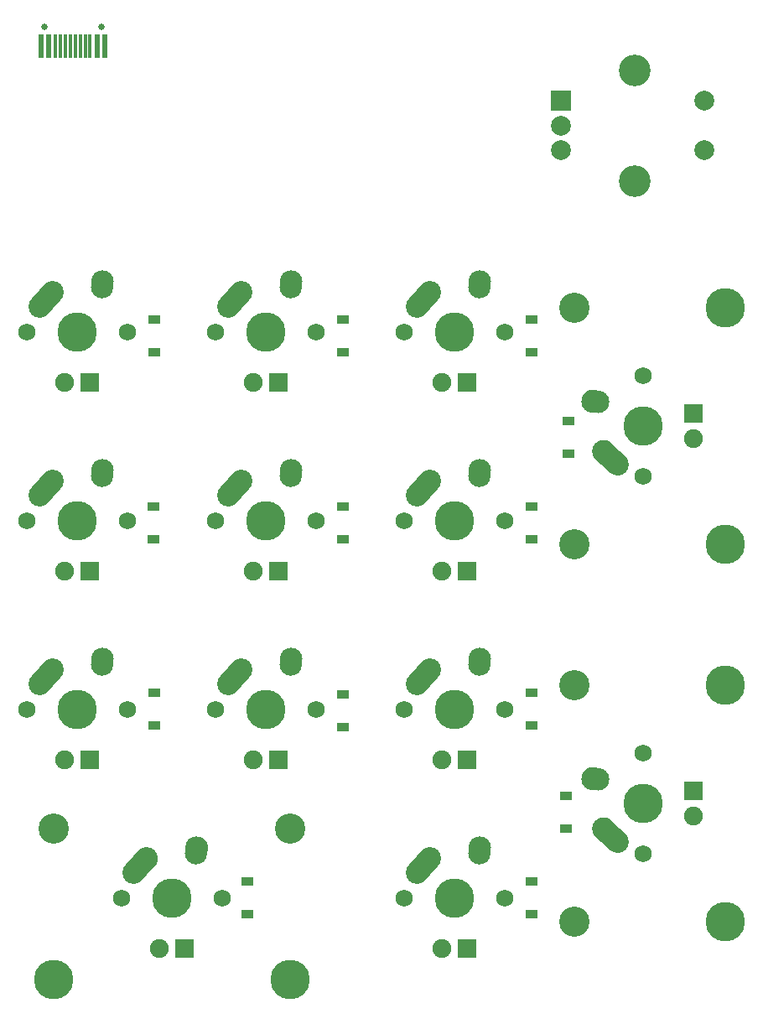
<source format=gbs>
G04 #@! TF.GenerationSoftware,KiCad,Pcbnew,(6.0.5)*
G04 #@! TF.CreationDate,2023-01-08T23:57:36-05:00*
G04 #@! TF.ProjectId,macro-pad-pcb,6d616372-6f2d-4706-9164-2d7063622e6b,rev?*
G04 #@! TF.SameCoordinates,Original*
G04 #@! TF.FileFunction,Soldermask,Bot*
G04 #@! TF.FilePolarity,Negative*
%FSLAX46Y46*%
G04 Gerber Fmt 4.6, Leading zero omitted, Abs format (unit mm)*
G04 Created by KiCad (PCBNEW (6.0.5)) date 2023-01-08 23:57:36*
%MOMM*%
%LPD*%
G01*
G04 APERTURE LIST*
G04 Aperture macros list*
%AMHorizOval*
0 Thick line with rounded ends*
0 $1 width*
0 $2 $3 position (X,Y) of the first rounded end (center of the circle)*
0 $4 $5 position (X,Y) of the second rounded end (center of the circle)*
0 Add line between two ends*
20,1,$1,$2,$3,$4,$5,0*
0 Add two circle primitives to create the rounded ends*
1,1,$1,$2,$3*
1,1,$1,$4,$5*%
G04 Aperture macros list end*
%ADD10C,3.987800*%
%ADD11C,1.750000*%
%ADD12C,2.250000*%
%ADD13HorizOval,2.250000X0.655001X0.730000X-0.655001X-0.730000X0*%
%ADD14HorizOval,2.250000X0.020000X0.290000X-0.020000X-0.290000X0*%
%ADD15C,1.905000*%
%ADD16R,1.905000X1.905000*%
%ADD17C,3.048000*%
%ADD18HorizOval,2.250000X-0.730000X0.655001X0.730000X-0.655001X0*%
%ADD19HorizOval,2.250000X-0.290000X0.020000X0.290000X-0.020000X0*%
%ADD20C,2.000000*%
%ADD21C,3.200000*%
%ADD22R,2.000000X2.000000*%
%ADD23R,1.200000X0.900000*%
%ADD24R,0.600000X2.450000*%
%ADD25R,0.300000X2.450000*%
%ADD26C,0.650000*%
G04 APERTURE END LIST*
D10*
G04 #@! TO.C,MX4*
X173037500Y-104775000D03*
D11*
X167957500Y-104775000D03*
X178117500Y-104775000D03*
D12*
X170537500Y-100775000D03*
D13*
X169882501Y-101505000D03*
D14*
X175557500Y-99985000D03*
D12*
X175577500Y-99695000D03*
D15*
X171767500Y-109855000D03*
D16*
X174307500Y-109855000D03*
G04 #@! TD*
D10*
G04 #@! TO.C,MX7*
X238442500Y-107188000D03*
D11*
X230187500Y-90170000D03*
X230187500Y-100330000D03*
D17*
X223202500Y-83312000D03*
D10*
X238442500Y-83312000D03*
X230187500Y-95250000D03*
D17*
X223202500Y-107188000D03*
D12*
X226187500Y-97750000D03*
D18*
X226917500Y-98404999D03*
D12*
X225107500Y-92710000D03*
D19*
X225397500Y-92730000D03*
D15*
X235267500Y-96520000D03*
D16*
X235267500Y-93980000D03*
G04 #@! TD*
D10*
G04 #@! TO.C,MX6*
X211137500Y-104775000D03*
D11*
X216217500Y-104775000D03*
X206057500Y-104775000D03*
D12*
X208637500Y-100775000D03*
D13*
X207982501Y-101505000D03*
D14*
X213657500Y-99985000D03*
D12*
X213677500Y-99695000D03*
D15*
X209867500Y-109855000D03*
D16*
X212407500Y-109855000D03*
G04 #@! TD*
D11*
G04 #@! TO.C,MX8*
X167957500Y-123825000D03*
D10*
X173037500Y-123825000D03*
D11*
X178117500Y-123825000D03*
D13*
X169882501Y-120555000D03*
D12*
X170537500Y-119825000D03*
D14*
X175557500Y-119035000D03*
D12*
X175577500Y-118745000D03*
D15*
X171767500Y-128905000D03*
D16*
X174307500Y-128905000D03*
G04 #@! TD*
G04 #@! TO.C,MX5*
X193357500Y-109855000D03*
D15*
X190817500Y-109855000D03*
D12*
X194627500Y-99695000D03*
D14*
X194607500Y-99985000D03*
D13*
X188932501Y-101505000D03*
D12*
X189587500Y-100775000D03*
D11*
X197167500Y-104775000D03*
D10*
X192087500Y-104775000D03*
D11*
X187007500Y-104775000D03*
G04 #@! TD*
D20*
G04 #@! TO.C,SW2*
X236358000Y-62397000D03*
X236358000Y-67397000D03*
D21*
X229358000Y-70497000D03*
X229358000Y-59297000D03*
D20*
X221858000Y-64897000D03*
X221858000Y-67397000D03*
D22*
X221858000Y-62397000D03*
G04 #@! TD*
D17*
G04 #@! TO.C,MX11*
X170624500Y-135890000D03*
D11*
X177482500Y-142875000D03*
D10*
X194500500Y-151130000D03*
D11*
X187642500Y-142875000D03*
D10*
X170624500Y-151130000D03*
X182562500Y-142875000D03*
D17*
X194500500Y-135890000D03*
D12*
X180062500Y-138875000D03*
D13*
X179407501Y-139605000D03*
D12*
X185102500Y-137795000D03*
D14*
X185082500Y-138085000D03*
D15*
X181292500Y-147955000D03*
D16*
X183832500Y-147955000D03*
G04 #@! TD*
D11*
G04 #@! TO.C,MX12*
X206057500Y-142875000D03*
D10*
X211137500Y-142875000D03*
D11*
X216217500Y-142875000D03*
D13*
X207982501Y-139605000D03*
D12*
X208637500Y-138875000D03*
X213677500Y-137795000D03*
D14*
X213657500Y-138085000D03*
D15*
X209867500Y-147955000D03*
D16*
X212407500Y-147955000D03*
G04 #@! TD*
D10*
G04 #@! TO.C,MX13*
X230187500Y-133350000D03*
D11*
X230187500Y-138430000D03*
X230187500Y-128270000D03*
D10*
X238442500Y-145288000D03*
D17*
X223202500Y-145288000D03*
X223202500Y-121412000D03*
D10*
X238442500Y-121412000D03*
D12*
X226187500Y-135850000D03*
D18*
X226917500Y-136504999D03*
D19*
X225397500Y-130830000D03*
D12*
X225107500Y-130810000D03*
D15*
X235267500Y-134620000D03*
D16*
X235267500Y-132080000D03*
G04 #@! TD*
D11*
G04 #@! TO.C,MX9*
X197167500Y-123825000D03*
D10*
X192087500Y-123825000D03*
D11*
X187007500Y-123825000D03*
D13*
X188932501Y-120555000D03*
D12*
X189587500Y-119825000D03*
X194627500Y-118745000D03*
D14*
X194607500Y-119035000D03*
D15*
X190817500Y-128905000D03*
D16*
X193357500Y-128905000D03*
G04 #@! TD*
D11*
G04 #@! TO.C,MX10*
X206057500Y-123825000D03*
X216217500Y-123825000D03*
D10*
X211137500Y-123825000D03*
D13*
X207982501Y-120555000D03*
D12*
X208637500Y-119825000D03*
D14*
X213657500Y-119035000D03*
D12*
X213677500Y-118745000D03*
D15*
X209867500Y-128905000D03*
D16*
X212407500Y-128905000D03*
G04 #@! TD*
D11*
G04 #@! TO.C,MX3*
X216217500Y-85725000D03*
D10*
X211137500Y-85725000D03*
D11*
X206057500Y-85725000D03*
D12*
X208637500Y-81725000D03*
D13*
X207982501Y-82455000D03*
D12*
X213677500Y-80645000D03*
D14*
X213657500Y-80935000D03*
D15*
X209867500Y-90805000D03*
D16*
X212407500Y-90805000D03*
G04 #@! TD*
D10*
G04 #@! TO.C,MX1*
X173037500Y-85725000D03*
D11*
X178117500Y-85725000D03*
X167957500Y-85725000D03*
D13*
X169882501Y-82455000D03*
D12*
X170537500Y-81725000D03*
D14*
X175557500Y-80935000D03*
D12*
X175577500Y-80645000D03*
D15*
X171767500Y-90805000D03*
D16*
X174307500Y-90805000D03*
G04 #@! TD*
D11*
G04 #@! TO.C,MX2*
X187007500Y-85725000D03*
X197167500Y-85725000D03*
D10*
X192087500Y-85725000D03*
D12*
X189587500Y-81725000D03*
D13*
X188932501Y-82455000D03*
D14*
X194607500Y-80935000D03*
D12*
X194627500Y-80645000D03*
D15*
X190817500Y-90805000D03*
D16*
X193357500Y-90805000D03*
G04 #@! TD*
D23*
G04 #@! TO.C,D13*
X222377000Y-135889000D03*
X222377000Y-132589000D03*
G04 #@! TD*
G04 #@! TO.C,D1*
X180848000Y-87756000D03*
X180848000Y-84456000D03*
G04 #@! TD*
G04 #@! TO.C,D5*
X199898000Y-106679000D03*
X199898000Y-103379000D03*
G04 #@! TD*
G04 #@! TO.C,D10*
X218948000Y-125475000D03*
X218948000Y-122175000D03*
G04 #@! TD*
G04 #@! TO.C,D7*
X222631000Y-98043000D03*
X222631000Y-94743000D03*
G04 #@! TD*
G04 #@! TO.C,D9*
X199898000Y-125602000D03*
X199898000Y-122302000D03*
G04 #@! TD*
D24*
G04 #@! TO.C,USB1*
X175822000Y-56896000D03*
X175047000Y-56896000D03*
D25*
X174347000Y-56896000D03*
X173847000Y-56896000D03*
X173347000Y-56896000D03*
X172847000Y-56896000D03*
X172347000Y-56896000D03*
X171847000Y-56896000D03*
X171347000Y-56896000D03*
X170847000Y-56896000D03*
D24*
X170147000Y-56896000D03*
X169372000Y-56896000D03*
D26*
X175487000Y-54951000D03*
X169707000Y-54951000D03*
G04 #@! TD*
D23*
G04 #@! TO.C,D12*
X218948000Y-144525000D03*
X218948000Y-141225000D03*
G04 #@! TD*
G04 #@! TO.C,D8*
X180848000Y-125475000D03*
X180848000Y-122175000D03*
G04 #@! TD*
G04 #@! TO.C,D11*
X190246000Y-144525000D03*
X190246000Y-141225000D03*
G04 #@! TD*
G04 #@! TO.C,D2*
X199898000Y-87756000D03*
X199898000Y-84456000D03*
G04 #@! TD*
G04 #@! TO.C,D4*
X180721000Y-106679000D03*
X180721000Y-103379000D03*
G04 #@! TD*
G04 #@! TO.C,D6*
X218948000Y-106679000D03*
X218948000Y-103379000D03*
G04 #@! TD*
G04 #@! TO.C,D3*
X218948000Y-87756000D03*
X218948000Y-84456000D03*
G04 #@! TD*
M02*

</source>
